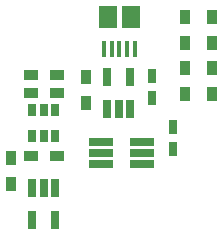
<source format=gtp>
G04 #@! TF.FileFunction,Paste,Top*
%FSLAX46Y46*%
G04 Gerber Fmt 4.6, Leading zero omitted, Abs format (unit mm)*
G04 Created by KiCad (PCBNEW 4.0.7) date 04/30/18 22:22:12*
%MOMM*%
%LPD*%
G01*
G04 APERTURE LIST*
%ADD10C,0.100000*%
%ADD11R,0.750000X1.200000*%
%ADD12R,0.900000X1.200000*%
%ADD13R,0.650000X1.560000*%
%ADD14R,1.500000X1.900000*%
%ADD15R,0.400000X1.350000*%
%ADD16R,1.200000X0.900000*%
%ADD17R,2.000000X0.650000*%
%ADD18R,0.650000X1.060000*%
G04 APERTURE END LIST*
D10*
D11*
X27686000Y-23302000D03*
X27686000Y-21402000D03*
X29464000Y-27620000D03*
X29464000Y-25720000D03*
D12*
X30480000Y-18626000D03*
X30480000Y-16426000D03*
X32766000Y-16426000D03*
X32766000Y-18626000D03*
D13*
X23942000Y-24210000D03*
X24892000Y-24210000D03*
X25842000Y-24210000D03*
X25842000Y-21510000D03*
X23942000Y-21510000D03*
D14*
X23956000Y-16414000D03*
D15*
X25606000Y-19114000D03*
X26256000Y-19114000D03*
X23656000Y-19114000D03*
X24306000Y-19114000D03*
X24956000Y-19114000D03*
D14*
X25956000Y-16414000D03*
D12*
X30480000Y-22944000D03*
X30480000Y-20744000D03*
X32766000Y-22944000D03*
X32766000Y-20744000D03*
X22098000Y-23706000D03*
X22098000Y-21506000D03*
D16*
X17442000Y-28194000D03*
X19642000Y-28194000D03*
X19642000Y-21336000D03*
X17442000Y-21336000D03*
X19642000Y-22860000D03*
X17442000Y-22860000D03*
D12*
X15748000Y-30564000D03*
X15748000Y-28364000D03*
D17*
X23436000Y-26990000D03*
X23436000Y-27940000D03*
X23436000Y-28890000D03*
X26856000Y-28890000D03*
X26856000Y-27940000D03*
X26856000Y-26990000D03*
D13*
X19492000Y-30908000D03*
X18542000Y-30908000D03*
X17592000Y-30908000D03*
X17592000Y-33608000D03*
X19492000Y-33608000D03*
D18*
X19492000Y-24300000D03*
X18542000Y-24300000D03*
X17592000Y-24300000D03*
X17592000Y-26500000D03*
X19492000Y-26500000D03*
X18542000Y-26500000D03*
M02*

</source>
